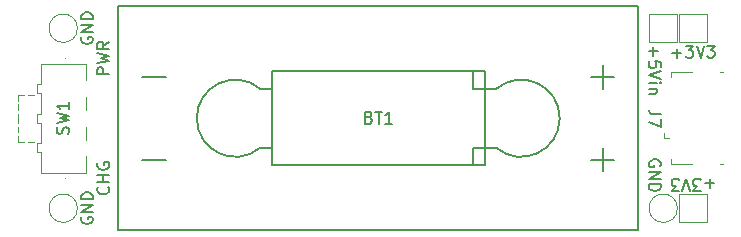
<source format=gbr>
G04 #@! TF.GenerationSoftware,KiCad,Pcbnew,5.0.1+dfsg1-3*
G04 #@! TF.CreationDate,2018-11-05T21:22:00-05:00*
G04 #@! TF.ProjectId,BreadBatt,4272656164426174742E6B696361645F,rev?*
G04 #@! TF.SameCoordinates,Original*
G04 #@! TF.FileFunction,Legend,Top*
G04 #@! TF.FilePolarity,Positive*
%FSLAX46Y46*%
G04 Gerber Fmt 4.6, Leading zero omitted, Abs format (unit mm)*
G04 Created by KiCad (PCBNEW 5.0.1+dfsg1-3) date Mon 05 Nov 2018 09:22:00 PM EST*
%MOMM*%
%LPD*%
G01*
G04 APERTURE LIST*
%ADD10C,0.152400*%
%ADD11C,0.150000*%
%ADD12C,0.100000*%
%ADD13C,0.120000*%
G04 APERTURE END LIST*
D10*
X116821857Y-113755714D02*
X116870238Y-113804095D01*
X116918619Y-113949238D01*
X116918619Y-114046000D01*
X116870238Y-114191142D01*
X116773476Y-114287904D01*
X116676714Y-114336285D01*
X116483190Y-114384666D01*
X116338047Y-114384666D01*
X116144523Y-114336285D01*
X116047761Y-114287904D01*
X115951000Y-114191142D01*
X115902619Y-114046000D01*
X115902619Y-113949238D01*
X115951000Y-113804095D01*
X115999380Y-113755714D01*
X116918619Y-113320285D02*
X115902619Y-113320285D01*
X116386428Y-113320285D02*
X116386428Y-112739714D01*
X116918619Y-112739714D02*
X115902619Y-112739714D01*
X115951000Y-111723714D02*
X115902619Y-111820476D01*
X115902619Y-111965619D01*
X115951000Y-112110761D01*
X116047761Y-112207523D01*
X116144523Y-112255904D01*
X116338047Y-112304285D01*
X116483190Y-112304285D01*
X116676714Y-112255904D01*
X116773476Y-112207523D01*
X116870238Y-112110761D01*
X116918619Y-111965619D01*
X116918619Y-111868857D01*
X116870238Y-111723714D01*
X116821857Y-111675333D01*
X116483190Y-111675333D01*
X116483190Y-111868857D01*
X116918619Y-104224666D02*
X115902619Y-104224666D01*
X115902619Y-103837619D01*
X115951000Y-103740857D01*
X115999380Y-103692476D01*
X116096142Y-103644095D01*
X116241285Y-103644095D01*
X116338047Y-103692476D01*
X116386428Y-103740857D01*
X116434809Y-103837619D01*
X116434809Y-104224666D01*
X115902619Y-103305428D02*
X116918619Y-103063523D01*
X116192904Y-102870000D01*
X116918619Y-102676476D01*
X115902619Y-102434571D01*
X116918619Y-101466952D02*
X116434809Y-101805619D01*
X116918619Y-102047523D02*
X115902619Y-102047523D01*
X115902619Y-101660476D01*
X115951000Y-101563714D01*
X115999380Y-101515333D01*
X116096142Y-101466952D01*
X116241285Y-101466952D01*
X116338047Y-101515333D01*
X116386428Y-101563714D01*
X116434809Y-101660476D01*
X116434809Y-102047523D01*
D11*
G04 #@! TO.C,BT1*
X161700000Y-117450000D02*
X161700000Y-98450000D01*
X161700000Y-98450000D02*
X117700000Y-98450000D01*
X117700000Y-98450000D02*
X117700000Y-117450000D01*
X117700000Y-117450000D02*
X161700000Y-117450000D01*
X159700000Y-111450000D02*
X157700000Y-111450000D01*
X158700000Y-110450000D02*
X158700000Y-112450000D01*
X158700000Y-105450000D02*
X158700000Y-103450000D01*
X159700000Y-104450000D02*
X157700000Y-104450000D01*
X121700000Y-104450000D02*
X119700000Y-104450000D01*
X121700000Y-111450000D02*
X119700000Y-111450000D01*
X149700000Y-105450000D02*
G75*
G02X149700000Y-110450000I2100000J-2500000D01*
G01*
X129700000Y-110450000D02*
G75*
G02X129700000Y-105450000I-2100000J2500000D01*
G01*
X149700000Y-110450000D02*
X148700000Y-110450000D01*
X149700000Y-105450000D02*
X148700000Y-105450000D01*
X148700000Y-111950000D02*
X130700000Y-111950000D01*
X148700000Y-103950000D02*
X130700000Y-103950000D01*
X130700000Y-111950000D02*
X130700000Y-103950000D01*
X148700000Y-103950000D02*
X148700000Y-111950000D01*
X147700000Y-103950000D02*
X147700000Y-105450000D01*
X147700000Y-105450000D02*
X148700000Y-105450000D01*
X148700000Y-110450000D02*
X147700000Y-110450000D01*
X147700000Y-110450000D02*
X147700000Y-111950000D01*
X129700000Y-105450000D02*
X130700000Y-105450000D01*
X129700000Y-110450000D02*
X130700000Y-110450000D01*
D12*
G04 #@! TO.C,D1*
X113260000Y-113030000D02*
G75*
G03X113260000Y-113030000I-50000J0D01*
G01*
G04 #@! TO.C,D3*
X113260000Y-102870000D02*
G75*
G03X113260000Y-102870000I-50000J0D01*
G01*
D13*
G04 #@! TO.C,J7*
X164455100Y-111850000D02*
X164455100Y-111400000D01*
X166305100Y-111850000D02*
X164455100Y-111850000D01*
X168855100Y-104050000D02*
X168605100Y-104050000D01*
X168855100Y-111850000D02*
X168605100Y-111850000D01*
X166305100Y-104050000D02*
X164455100Y-104050000D01*
X164455100Y-104050000D02*
X164455100Y-104500000D01*
X163905100Y-109650000D02*
X163905100Y-109200000D01*
X163905100Y-109650000D02*
X164355100Y-109650000D01*
G04 #@! TO.C,J3*
X165170000Y-99130000D02*
X167570000Y-99130000D01*
X165170000Y-101530000D02*
X165170000Y-99130000D01*
X167570000Y-101530000D02*
X165170000Y-101530000D01*
X167570000Y-99130000D02*
X167570000Y-101530000D01*
G04 #@! TO.C,J4*
X114230000Y-115570000D02*
G75*
G03X114230000Y-115570000I-1200000J0D01*
G01*
G04 #@! TO.C,J5*
X167570000Y-114370000D02*
X167570000Y-116770000D01*
X167570000Y-116770000D02*
X165170000Y-116770000D01*
X165170000Y-116770000D02*
X165170000Y-114370000D01*
X165170000Y-114370000D02*
X167570000Y-114370000D01*
G04 #@! TO.C,J6*
X114230000Y-100330000D02*
G75*
G03X114230000Y-100330000I-1200000J0D01*
G01*
G04 #@! TO.C,J1*
X165030000Y-99130000D02*
X165030000Y-101530000D01*
X165030000Y-101530000D02*
X162630000Y-101530000D01*
X162630000Y-101530000D02*
X162630000Y-99130000D01*
X162630000Y-99130000D02*
X165030000Y-99130000D01*
G04 #@! TO.C,J2*
X165030000Y-115570000D02*
G75*
G03X165030000Y-115570000I-1200000J0D01*
G01*
G04 #@! TO.C,SW1*
X109230000Y-107550000D02*
X109230000Y-107550000D01*
X109230000Y-108350000D02*
X109230000Y-107550000D01*
X109230000Y-108650000D02*
X109230000Y-108650000D01*
X109230000Y-109150000D02*
X109230000Y-108650000D01*
X109230000Y-107250000D02*
X109230000Y-107250000D01*
X109230000Y-106750000D02*
X109230000Y-107250000D01*
X110530000Y-105950000D02*
X110530000Y-105950000D01*
X110030000Y-105950000D02*
X110530000Y-105950000D01*
X110530000Y-109950000D02*
X110530000Y-109950000D01*
X110030000Y-109950000D02*
X110530000Y-109950000D01*
X109730000Y-109950000D02*
X109730000Y-109950000D01*
X109230000Y-109950000D02*
X109730000Y-109950000D01*
X109230000Y-109450000D02*
X109230000Y-109450000D01*
X109230000Y-109950000D02*
X109230000Y-109450000D01*
X109230000Y-106450000D02*
X109230000Y-106450000D01*
X109230000Y-105950000D02*
X109230000Y-106450000D01*
X109730000Y-105950000D02*
X109730000Y-105950000D01*
X109230000Y-105950000D02*
X109730000Y-105950000D01*
X111130000Y-103350000D02*
X111130000Y-103350000D01*
X111130000Y-105050000D02*
X111130000Y-103350000D01*
X110830000Y-105050000D02*
X111130000Y-105050000D01*
X110830000Y-105850000D02*
X110830000Y-105050000D01*
X111130000Y-105850000D02*
X110830000Y-105850000D01*
X111130000Y-107550000D02*
X111130000Y-105850000D01*
X110830000Y-107550000D02*
X111130000Y-107550000D01*
X110830000Y-108350000D02*
X110830000Y-107550000D01*
X111130000Y-108350000D02*
X110830000Y-108350000D01*
X111130000Y-110050000D02*
X111130000Y-108350000D01*
X110830000Y-110050000D02*
X111130000Y-110050000D01*
X110830000Y-110850000D02*
X110830000Y-110050000D01*
X111130000Y-110850000D02*
X110830000Y-110850000D01*
X111130000Y-112550000D02*
X111130000Y-110850000D01*
X114930000Y-106150000D02*
X114930000Y-106150000D01*
X114930000Y-107250000D02*
X114930000Y-106150000D01*
X114930000Y-108650000D02*
X114930000Y-108650000D01*
X114930000Y-109750000D02*
X114930000Y-108650000D01*
X114930000Y-103350000D02*
X114930000Y-104750000D01*
X111130000Y-103350000D02*
X114930000Y-103350000D01*
X114930000Y-112550000D02*
X111130000Y-112550000D01*
X114930000Y-111150000D02*
X114930000Y-112550000D01*
G04 #@! TO.C,BT1*
D11*
X138914285Y-107878571D02*
X139057142Y-107926190D01*
X139104761Y-107973809D01*
X139152380Y-108069047D01*
X139152380Y-108211904D01*
X139104761Y-108307142D01*
X139057142Y-108354761D01*
X138961904Y-108402380D01*
X138580952Y-108402380D01*
X138580952Y-107402380D01*
X138914285Y-107402380D01*
X139009523Y-107450000D01*
X139057142Y-107497619D01*
X139104761Y-107592857D01*
X139104761Y-107688095D01*
X139057142Y-107783333D01*
X139009523Y-107830952D01*
X138914285Y-107878571D01*
X138580952Y-107878571D01*
X139438095Y-107402380D02*
X140009523Y-107402380D01*
X139723809Y-108402380D02*
X139723809Y-107402380D01*
X140866666Y-108402380D02*
X140295238Y-108402380D01*
X140580952Y-108402380D02*
X140580952Y-107402380D01*
X140485714Y-107545238D01*
X140390476Y-107640476D01*
X140295238Y-107688095D01*
G04 #@! TO.C,J7*
X163652719Y-107616666D02*
X162938433Y-107616666D01*
X162795576Y-107569047D01*
X162700338Y-107473809D01*
X162652719Y-107330952D01*
X162652719Y-107235714D01*
X163652719Y-107997619D02*
X163652719Y-108664285D01*
X162652719Y-108235714D01*
G04 #@! TO.C,J3*
X164608095Y-102433428D02*
X165370000Y-102433428D01*
X164989047Y-102814380D02*
X164989047Y-102052476D01*
X165750952Y-101814380D02*
X166370000Y-101814380D01*
X166036666Y-102195333D01*
X166179523Y-102195333D01*
X166274761Y-102242952D01*
X166322380Y-102290571D01*
X166370000Y-102385809D01*
X166370000Y-102623904D01*
X166322380Y-102719142D01*
X166274761Y-102766761D01*
X166179523Y-102814380D01*
X165893809Y-102814380D01*
X165798571Y-102766761D01*
X165750952Y-102719142D01*
X166655714Y-101814380D02*
X166989047Y-102814380D01*
X167322380Y-101814380D01*
X167560476Y-101814380D02*
X168179523Y-101814380D01*
X167846190Y-102195333D01*
X167989047Y-102195333D01*
X168084285Y-102242952D01*
X168131904Y-102290571D01*
X168179523Y-102385809D01*
X168179523Y-102623904D01*
X168131904Y-102719142D01*
X168084285Y-102766761D01*
X167989047Y-102814380D01*
X167703333Y-102814380D01*
X167608095Y-102766761D01*
X167560476Y-102719142D01*
G04 #@! TO.C,J4*
X114580000Y-116331904D02*
X114532380Y-116427142D01*
X114532380Y-116570000D01*
X114580000Y-116712857D01*
X114675238Y-116808095D01*
X114770476Y-116855714D01*
X114960952Y-116903333D01*
X115103809Y-116903333D01*
X115294285Y-116855714D01*
X115389523Y-116808095D01*
X115484761Y-116712857D01*
X115532380Y-116570000D01*
X115532380Y-116474761D01*
X115484761Y-116331904D01*
X115437142Y-116284285D01*
X115103809Y-116284285D01*
X115103809Y-116474761D01*
X115532380Y-115855714D02*
X114532380Y-115855714D01*
X115532380Y-115284285D01*
X114532380Y-115284285D01*
X115532380Y-114808095D02*
X114532380Y-114808095D01*
X114532380Y-114570000D01*
X114580000Y-114427142D01*
X114675238Y-114331904D01*
X114770476Y-114284285D01*
X114960952Y-114236666D01*
X115103809Y-114236666D01*
X115294285Y-114284285D01*
X115389523Y-114331904D01*
X115484761Y-114427142D01*
X115532380Y-114570000D01*
X115532380Y-114808095D01*
G04 #@! TO.C,J5*
X168131904Y-113466571D02*
X167370000Y-113466571D01*
X167750952Y-113085619D02*
X167750952Y-113847523D01*
X166989047Y-114085619D02*
X166370000Y-114085619D01*
X166703333Y-113704666D01*
X166560476Y-113704666D01*
X166465238Y-113657047D01*
X166417619Y-113609428D01*
X166370000Y-113514190D01*
X166370000Y-113276095D01*
X166417619Y-113180857D01*
X166465238Y-113133238D01*
X166560476Y-113085619D01*
X166846190Y-113085619D01*
X166941428Y-113133238D01*
X166989047Y-113180857D01*
X166084285Y-114085619D02*
X165750952Y-113085619D01*
X165417619Y-114085619D01*
X165179523Y-114085619D02*
X164560476Y-114085619D01*
X164893809Y-113704666D01*
X164750952Y-113704666D01*
X164655714Y-113657047D01*
X164608095Y-113609428D01*
X164560476Y-113514190D01*
X164560476Y-113276095D01*
X164608095Y-113180857D01*
X164655714Y-113133238D01*
X164750952Y-113085619D01*
X165036666Y-113085619D01*
X165131904Y-113133238D01*
X165179523Y-113180857D01*
G04 #@! TO.C,J6*
X114580000Y-101091904D02*
X114532380Y-101187142D01*
X114532380Y-101330000D01*
X114580000Y-101472857D01*
X114675238Y-101568095D01*
X114770476Y-101615714D01*
X114960952Y-101663333D01*
X115103809Y-101663333D01*
X115294285Y-101615714D01*
X115389523Y-101568095D01*
X115484761Y-101472857D01*
X115532380Y-101330000D01*
X115532380Y-101234761D01*
X115484761Y-101091904D01*
X115437142Y-101044285D01*
X115103809Y-101044285D01*
X115103809Y-101234761D01*
X115532380Y-100615714D02*
X114532380Y-100615714D01*
X115532380Y-100044285D01*
X114532380Y-100044285D01*
X115532380Y-99568095D02*
X114532380Y-99568095D01*
X114532380Y-99330000D01*
X114580000Y-99187142D01*
X114675238Y-99091904D01*
X114770476Y-99044285D01*
X114960952Y-98996666D01*
X115103809Y-98996666D01*
X115294285Y-99044285D01*
X115389523Y-99091904D01*
X115484761Y-99187142D01*
X115532380Y-99330000D01*
X115532380Y-99568095D01*
G04 #@! TO.C,J1*
X162996571Y-101909809D02*
X162996571Y-102671714D01*
X162615619Y-102290761D02*
X163377523Y-102290761D01*
X163615619Y-103624095D02*
X163615619Y-103147904D01*
X163139428Y-103100285D01*
X163187047Y-103147904D01*
X163234666Y-103243142D01*
X163234666Y-103481238D01*
X163187047Y-103576476D01*
X163139428Y-103624095D01*
X163044190Y-103671714D01*
X162806095Y-103671714D01*
X162710857Y-103624095D01*
X162663238Y-103576476D01*
X162615619Y-103481238D01*
X162615619Y-103243142D01*
X162663238Y-103147904D01*
X162710857Y-103100285D01*
X163615619Y-103957428D02*
X162615619Y-104290761D01*
X163615619Y-104624095D01*
X162615619Y-104957428D02*
X163282285Y-104957428D01*
X163615619Y-104957428D02*
X163568000Y-104909809D01*
X163520380Y-104957428D01*
X163568000Y-105005047D01*
X163615619Y-104957428D01*
X163520380Y-104957428D01*
X163282285Y-105433619D02*
X162615619Y-105433619D01*
X163187047Y-105433619D02*
X163234666Y-105481238D01*
X163282285Y-105576476D01*
X163282285Y-105719333D01*
X163234666Y-105814571D01*
X163139428Y-105862190D01*
X162615619Y-105862190D01*
G04 #@! TO.C,J2*
X163568000Y-112014095D02*
X163615619Y-111918857D01*
X163615619Y-111776000D01*
X163568000Y-111633142D01*
X163472761Y-111537904D01*
X163377523Y-111490285D01*
X163187047Y-111442666D01*
X163044190Y-111442666D01*
X162853714Y-111490285D01*
X162758476Y-111537904D01*
X162663238Y-111633142D01*
X162615619Y-111776000D01*
X162615619Y-111871238D01*
X162663238Y-112014095D01*
X162710857Y-112061714D01*
X163044190Y-112061714D01*
X163044190Y-111871238D01*
X162615619Y-112490285D02*
X163615619Y-112490285D01*
X162615619Y-113061714D01*
X163615619Y-113061714D01*
X162615619Y-113537904D02*
X163615619Y-113537904D01*
X163615619Y-113776000D01*
X163568000Y-113918857D01*
X163472761Y-114014095D01*
X163377523Y-114061714D01*
X163187047Y-114109333D01*
X163044190Y-114109333D01*
X162853714Y-114061714D01*
X162758476Y-114014095D01*
X162663238Y-113918857D01*
X162615619Y-113776000D01*
X162615619Y-113537904D01*
G04 #@! TO.C,SW1*
X113434761Y-109283333D02*
X113482380Y-109140476D01*
X113482380Y-108902380D01*
X113434761Y-108807142D01*
X113387142Y-108759523D01*
X113291904Y-108711904D01*
X113196666Y-108711904D01*
X113101428Y-108759523D01*
X113053809Y-108807142D01*
X113006190Y-108902380D01*
X112958571Y-109092857D01*
X112910952Y-109188095D01*
X112863333Y-109235714D01*
X112768095Y-109283333D01*
X112672857Y-109283333D01*
X112577619Y-109235714D01*
X112530000Y-109188095D01*
X112482380Y-109092857D01*
X112482380Y-108854761D01*
X112530000Y-108711904D01*
X112482380Y-108378571D02*
X113482380Y-108140476D01*
X112768095Y-107950000D01*
X113482380Y-107759523D01*
X112482380Y-107521428D01*
X113482380Y-106616666D02*
X113482380Y-107188095D01*
X113482380Y-106902380D02*
X112482380Y-106902380D01*
X112625238Y-106997619D01*
X112720476Y-107092857D01*
X112768095Y-107188095D01*
G04 #@! TD*
M02*

</source>
